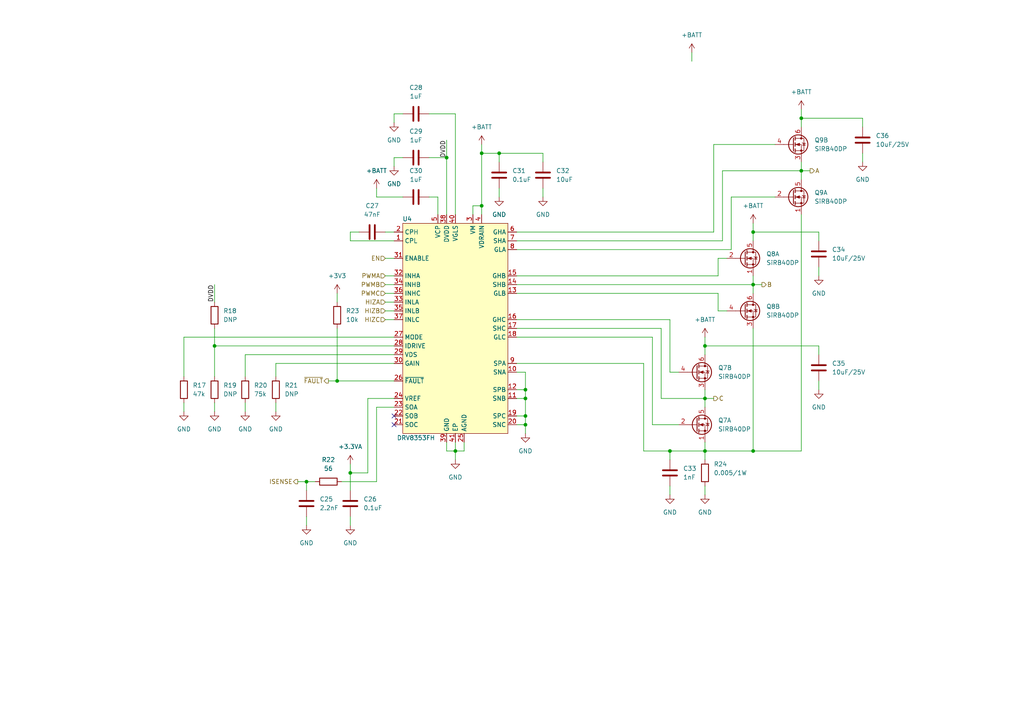
<source format=kicad_sch>
(kicad_sch (version 20210621) (generator eeschema)
  (paper "A4")
  (lib_symbols
    (symbol "Device:C" (pin_numbers hide) (pin_names (offset 0.254))
      (property "Reference" "C" (at 0.635 2.54 0))
      (property "Value" "C" (at 0.635 -2.54 0))
      (symbol "C_0_1"
        (polyline (pts (xy -2.032 -0.762) (xy 2.032 -0.762)) (stroke (width 0.508)))
        (polyline (pts (xy -2.032 0.762) (xy 2.032 0.762)) (stroke (width 0.508)))
      )
      (symbol "C_1_1"
        (pin passive line (at 0 3.81 270) (length 2.794) (name "~") (number "1"))
        (pin passive line (at 0 -3.81 90) (length 2.794) (name "~") (number "2"))
      )
    )
    (symbol "Device:R" (pin_numbers hide) (pin_names (offset 0))
      (property "Reference" "R" (at 2.032 0 90))
      (property "Value" "R" (at 0 0 90))
      (symbol "R_0_1"
        (rectangle (start -1.016 -2.54) (end 1.016 2.54) (stroke (width 0.254)))
      )
      (symbol "R_1_1"
        (pin passive line (at 0 3.81 270) (length 1.27) (name "~") (number "1"))
        (pin passive line (at 0 -3.81 90) (length 1.27) (name "~") (number "2"))
      )
    )
    (symbol "multiesc_symbols:DRV8353FH"
      (property "Reference" "U" (at -13.97 31.75 0))
      (property "Value" "DRV8353FH" (at -11.43 -31.75 0))
      (symbol "DRV8353FH_0_1"
        (rectangle (start -15.24 30.48) (end 15.24 -30.48) (stroke (width 0.1524)) (fill (type background)))
      )
      (symbol "DRV8353FH_1_1"
        (pin passive line (at -17.78 25.4 0) (length 2.54) (name "CPL") (number "1"))
        (pin input line (at 17.78 -12.7 180) (length 2.54) (name "SNA") (number "10"))
        (pin input line (at 17.78 -20.32 180) (length 2.54) (name "SNB") (number "11"))
        (pin input line (at 17.78 -17.78 180) (length 2.54) (name "SPB") (number "12"))
        (pin output line (at 17.78 10.16 180) (length 2.54) (name "GLB") (number "13"))
        (pin input line (at 17.78 12.7 180) (length 2.54) (name "SHB") (number "14"))
        (pin output line (at 17.78 15.24 180) (length 2.54) (name "GHB") (number "15"))
        (pin output line (at 17.78 2.54 180) (length 2.54) (name "GHC") (number "16"))
        (pin input line (at 17.78 0 180) (length 2.54) (name "SHC") (number "17"))
        (pin output line (at 17.78 -2.54 180) (length 2.54) (name "GLC") (number "18"))
        (pin input line (at 17.78 -25.4 180) (length 2.54) (name "SPC") (number "19"))
        (pin passive line (at -17.78 27.94 0) (length 2.54) (name "CPH") (number "2"))
        (pin input line (at 17.78 -27.94 180) (length 2.54) (name "SNC") (number "20"))
        (pin output line (at -17.78 -27.94 0) (length 2.54) (name "SOC") (number "21"))
        (pin output line (at -17.78 -25.4 0) (length 2.54) (name "SOB") (number "22"))
        (pin output line (at -17.78 -22.86 0) (length 2.54) (name "SOA") (number "23"))
        (pin power_in line (at -17.78 -20.32 0) (length 2.54) (name "VREF") (number "24"))
        (pin power_in line (at 2.54 -33.02 90) (length 2.54) (name "AGND") (number "25"))
        (pin open_collector line (at -17.78 -15.24 0) (length 2.54) (name "~{FAULT}") (number "26"))
        (pin input line (at -17.78 -2.54 0) (length 2.54) (name "MODE") (number "27"))
        (pin input line (at -17.78 -5.08 0) (length 2.54) (name "IDRIVE") (number "28"))
        (pin input line (at -17.78 -7.62 0) (length 2.54) (name "VDS") (number "29"))
        (pin power_in line (at 5.08 33.02 270) (length 2.54) (name "VM") (number "3"))
        (pin input line (at -17.78 -10.16 0) (length 2.54) (name "GAIN") (number "30"))
        (pin input line (at -17.78 20.32 0) (length 2.54) (name "ENABLE") (number "31"))
        (pin input line (at -17.78 15.24 0) (length 2.54) (name "INHA") (number "32"))
        (pin input line (at -17.78 7.62 0) (length 2.54) (name "INLA") (number "33"))
        (pin input line (at -17.78 12.7 0) (length 2.54) (name "INHB") (number "34"))
        (pin input line (at -17.78 5.08 0) (length 2.54) (name "INLB") (number "35"))
        (pin input line (at -17.78 10.16 0) (length 2.54) (name "INHC") (number "36"))
        (pin input line (at -17.78 2.54 0) (length 2.54) (name "INLC") (number "37"))
        (pin power_out line (at -2.54 33.02 270) (length 2.54) (name "DVDD") (number "38"))
        (pin power_in line (at -2.54 -33.02 90) (length 2.54) (name "GND") (number "39"))
        (pin input line (at 7.62 33.02 270) (length 2.54) (name "VDRAIN") (number "4"))
        (pin power_out line (at 0 33.02 270) (length 2.54) (name "VGLS") (number "40"))
        (pin power_in line (at 0 -33.02 90) (length 2.54) (name "EP") (number "41"))
        (pin power_out line (at -5.08 33.02 270) (length 2.54) (name "VCP") (number "5"))
        (pin output line (at 17.78 27.94 180) (length 2.54) (name "GHA") (number "6"))
        (pin input line (at 17.78 25.4 180) (length 2.54) (name "SHA") (number "7"))
        (pin output line (at 17.78 22.86 180) (length 2.54) (name "GLA") (number "8"))
        (pin input line (at 17.78 -10.16 180) (length 2.54) (name "SPA") (number "9"))
      )
    )
    (symbol "multiesc_symbols:Q_Dual_NMOS_S1G1S2G2D2D1" (pin_names (offset 0) hide)
      (property "Reference" "Q" (at 6.35 1.27 0))
      (property "Value" "Q_Dual_NMOS_S1G1S2G2D2D1" (at 19.05 -1.27 0))
      (symbol "Q_Dual_NMOS_S1G1S2G2D2D1_0_1"
        (circle (center 1.651 0) (radius 2.794) (stroke (width 0.254)))
        (circle (center 2.54 -1.778) (radius 0.254) (fill (type outline)))
        (circle (center 2.54 1.778) (radius 0.254) (fill (type outline)))
        (polyline (pts (xy 0.254 0) (xy -2.54 0)))
        (polyline (pts (xy 0.254 1.905) (xy 0.254 -1.905)) (stroke (width 0.254)))
        (polyline (pts (xy 0.762 -1.27) (xy 0.762 -2.286)) (stroke (width 0.254)))
        (polyline (pts (xy 0.762 0.508) (xy 0.762 -0.508)) (stroke (width 0.254)))
        (polyline (pts (xy 0.762 2.286) (xy 0.762 1.27)) (stroke (width 0.254)))
        (polyline (pts (xy 2.54 2.54) (xy 2.54 1.778)))
        (polyline (pts (xy 2.54 -2.54) (xy 2.54 0) (xy 0.762 0)))
        (polyline (pts (xy 0.762 -1.778) (xy 3.302 -1.778) (xy 3.302 1.778) (xy 0.762 1.778)))
        (polyline (pts (xy 2.794 0.508) (xy 2.921 0.381) (xy 3.683 0.381) (xy 3.81 0.254)))
        (polyline (pts (xy 3.302 0.381) (xy 2.921 -0.254) (xy 3.683 -0.254) (xy 3.302 0.381)))
        (polyline (pts (xy 1.016 0) (xy 2.032 0.381) (xy 2.032 -0.381) (xy 1.016 0)) (fill (type outline)))
      )
      (symbol "Q_Dual_NMOS_S1G1S2G2D2D1_1_1"
        (pin passive line (at 2.54 -5.08 90) (length 2.54) (name "S") (number "1"))
        (pin input line (at -5.08 0 0) (length 2.54) (name "G") (number "2"))
        (pin passive line (at 2.54 5.08 270) (length 2.54) (name "D") (number "5"))
      )
      (symbol "Q_Dual_NMOS_S1G1S2G2D2D1_2_1"
        (pin passive line (at 2.54 -5.08 90) (length 2.54) (name "S") (number "3"))
        (pin input line (at -5.08 0 0) (length 2.54) (name "G") (number "4"))
        (pin passive line (at 2.54 5.08 270) (length 2.54) (name "D") (number "6"))
      )
    )
    (symbol "power:+3.3V" (power) (pin_names (offset 0))
      (property "Value" "+3.3V" (at 0 3.556 0))
      (symbol "+3.3V_0_1"
        (polyline (pts (xy -0.762 1.27) (xy 0 2.54)))
        (polyline (pts (xy 0 0) (xy 0 2.54)))
        (polyline (pts (xy 0 2.54) (xy 0.762 1.27)))
      )
      (symbol "+3.3V_1_1"
        (pin power_in line (at 0 0 90) (length 0) hide (name "+3V3") (number "1"))
      )
    )
    (symbol "power:+3.3VA" (power) (pin_names (offset 0))
      (property "Value" "+3.3VA" (at 0 3.556 0))
      (symbol "+3.3VA_0_1"
        (polyline (pts (xy -0.762 1.27) (xy 0 2.54)))
        (polyline (pts (xy 0 0) (xy 0 2.54)))
        (polyline (pts (xy 0 2.54) (xy 0.762 1.27)))
      )
      (symbol "+3.3VA_1_1"
        (pin power_in line (at 0 0 90) (length 0) hide (name "+3.3VA") (number "1"))
      )
    )
    (symbol "power:+BATT" (power) (pin_names (offset 0))
      (property "Value" "+BATT" (at 0 3.556 0))
      (symbol "+BATT_0_1"
        (polyline (pts (xy -0.762 1.27) (xy 0 2.54)))
        (polyline (pts (xy 0 0) (xy 0 2.54)))
        (polyline (pts (xy 0 2.54) (xy 0.762 1.27)))
      )
      (symbol "+BATT_1_1"
        (pin power_in line (at 0 0 90) (length 0) hide (name "+BATT") (number "1"))
      )
    )
    (symbol "power:GND" (power) (pin_names (offset 0))
      (property "Value" "GND" (at 0 -3.81 0))
      (symbol "GND_0_1"
        (polyline (pts (xy 0 0) (xy 0 -1.27) (xy 1.27 -1.27) (xy 0 -2.54) (xy -1.27 -1.27) (xy 0 -1.27)))
      )
      (symbol "GND_1_1"
        (pin power_in line (at 0 0 270) (length 0) hide (name "GND") (number "1"))
      )
    )
  )
  (junction (at 62.23 100.33) (diameter 0.9144))
  (junction (at 88.9 139.7) (diameter 0.9144))
  (junction (at 97.79 110.49) (diameter 0.9144))
  (junction (at 101.6 137.16) (diameter 0.9144))
  (junction (at 129.54 45.72) (diameter 0.9144))
  (junction (at 132.08 130.81) (diameter 0.9144))
  (junction (at 139.7 44.45) (diameter 0.9144))
  (junction (at 139.7 59.69) (diameter 0.9144))
  (junction (at 144.78 44.45) (diameter 0.9144))
  (junction (at 152.4 113.03) (diameter 0.9144))
  (junction (at 152.4 115.57) (diameter 0.9144))
  (junction (at 152.4 120.65) (diameter 0.9144))
  (junction (at 152.4 123.19) (diameter 0.9144))
  (junction (at 194.31 130.81) (diameter 0.9144))
  (junction (at 204.47 100.33) (diameter 0.9144))
  (junction (at 204.47 115.57) (diameter 0.9144))
  (junction (at 204.47 130.81) (diameter 0.9144))
  (junction (at 218.44 67.31) (diameter 0.9144))
  (junction (at 218.44 82.55) (diameter 0.9144))
  (junction (at 218.44 130.81) (diameter 0.9144))
  (junction (at 232.41 34.29) (diameter 0.9144))
  (junction (at 232.41 49.53) (diameter 0.9144))
  (no_connect (at 114.3 120.65))
  (no_connect (at 114.3 123.19))
  (wire (pts (xy 53.34 97.79) (xy 53.34 109.22)))
  (wire (pts (xy 53.34 116.84) (xy 53.34 119.38)))
  (wire (pts (xy 62.23 82.55) (xy 62.23 87.63)))
  (wire (pts (xy 62.23 95.25) (xy 62.23 100.33)))
  (wire (pts (xy 62.23 100.33) (xy 62.23 109.22)))
  (wire (pts (xy 62.23 116.84) (xy 62.23 119.38)))
  (wire (pts (xy 71.12 102.87) (xy 71.12 109.22)))
  (wire (pts (xy 71.12 116.84) (xy 71.12 119.38)))
  (wire (pts (xy 80.01 105.41) (xy 114.3 105.41)))
  (wire (pts (xy 80.01 109.22) (xy 80.01 105.41)))
  (wire (pts (xy 80.01 116.84) (xy 80.01 119.38)))
  (wire (pts (xy 86.36 139.7) (xy 88.9 139.7)))
  (wire (pts (xy 88.9 139.7) (xy 88.9 142.24)))
  (wire (pts (xy 88.9 149.86) (xy 88.9 152.4)))
  (wire (pts (xy 91.44 139.7) (xy 88.9 139.7)))
  (wire (pts (xy 95.25 110.49) (xy 97.79 110.49)))
  (wire (pts (xy 97.79 85.09) (xy 97.79 87.63)))
  (wire (pts (xy 97.79 110.49) (xy 97.79 95.25)))
  (wire (pts (xy 97.79 110.49) (xy 114.3 110.49)))
  (wire (pts (xy 101.6 67.31) (xy 104.14 67.31)))
  (wire (pts (xy 101.6 69.85) (xy 101.6 67.31)))
  (wire (pts (xy 101.6 134.62) (xy 101.6 137.16)))
  (wire (pts (xy 101.6 137.16) (xy 101.6 142.24)))
  (wire (pts (xy 101.6 149.86) (xy 101.6 152.4)))
  (wire (pts (xy 106.68 115.57) (xy 106.68 137.16)))
  (wire (pts (xy 106.68 137.16) (xy 101.6 137.16)))
  (wire (pts (xy 109.22 57.15) (xy 109.22 54.61)))
  (wire (pts (xy 109.22 57.15) (xy 116.84 57.15)))
  (wire (pts (xy 109.22 118.11) (xy 109.22 139.7)))
  (wire (pts (xy 109.22 139.7) (xy 99.06 139.7)))
  (wire (pts (xy 111.76 67.31) (xy 114.3 67.31)))
  (wire (pts (xy 111.76 74.93) (xy 114.3 74.93)))
  (wire (pts (xy 111.76 80.01) (xy 114.3 80.01)))
  (wire (pts (xy 111.76 82.55) (xy 114.3 82.55)))
  (wire (pts (xy 111.76 85.09) (xy 114.3 85.09)))
  (wire (pts (xy 111.76 87.63) (xy 114.3 87.63)))
  (wire (pts (xy 111.76 90.17) (xy 114.3 90.17)))
  (wire (pts (xy 111.76 92.71) (xy 114.3 92.71)))
  (wire (pts (xy 114.3 33.02) (xy 114.3 35.56)))
  (wire (pts (xy 114.3 45.72) (xy 114.3 48.26)))
  (wire (pts (xy 114.3 69.85) (xy 101.6 69.85)))
  (wire (pts (xy 114.3 97.79) (xy 53.34 97.79)))
  (wire (pts (xy 114.3 100.33) (xy 62.23 100.33)))
  (wire (pts (xy 114.3 102.87) (xy 71.12 102.87)))
  (wire (pts (xy 114.3 115.57) (xy 106.68 115.57)))
  (wire (pts (xy 114.3 118.11) (xy 109.22 118.11)))
  (wire (pts (xy 116.84 33.02) (xy 114.3 33.02)))
  (wire (pts (xy 116.84 45.72) (xy 114.3 45.72)))
  (wire (pts (xy 124.46 33.02) (xy 132.08 33.02)))
  (wire (pts (xy 124.46 45.72) (xy 129.54 45.72)))
  (wire (pts (xy 124.46 57.15) (xy 127 57.15)))
  (wire (pts (xy 127 57.15) (xy 127 62.23)))
  (wire (pts (xy 129.54 40.64) (xy 129.54 45.72)))
  (wire (pts (xy 129.54 45.72) (xy 129.54 62.23)))
  (wire (pts (xy 129.54 128.27) (xy 129.54 130.81)))
  (wire (pts (xy 129.54 130.81) (xy 132.08 130.81)))
  (wire (pts (xy 132.08 33.02) (xy 132.08 62.23)))
  (wire (pts (xy 132.08 128.27) (xy 132.08 130.81)))
  (wire (pts (xy 132.08 130.81) (xy 132.08 133.35)))
  (wire (pts (xy 132.08 130.81) (xy 134.62 130.81)))
  (wire (pts (xy 134.62 130.81) (xy 134.62 128.27)))
  (wire (pts (xy 137.16 59.69) (xy 139.7 59.69)))
  (wire (pts (xy 137.16 62.23) (xy 137.16 59.69)))
  (wire (pts (xy 139.7 44.45) (xy 139.7 41.91)))
  (wire (pts (xy 139.7 44.45) (xy 139.7 59.69)))
  (wire (pts (xy 139.7 59.69) (xy 139.7 62.23)))
  (wire (pts (xy 144.78 44.45) (xy 139.7 44.45)))
  (wire (pts (xy 144.78 44.45) (xy 144.78 46.99)))
  (wire (pts (xy 144.78 54.61) (xy 144.78 57.15)))
  (wire (pts (xy 149.86 82.55) (xy 218.44 82.55)))
  (wire (pts (xy 149.86 105.41) (xy 186.69 105.41)))
  (wire (pts (xy 149.86 113.03) (xy 152.4 113.03)))
  (wire (pts (xy 149.86 115.57) (xy 152.4 115.57)))
  (wire (pts (xy 149.86 120.65) (xy 152.4 120.65)))
  (wire (pts (xy 149.86 123.19) (xy 152.4 123.19)))
  (wire (pts (xy 152.4 107.95) (xy 149.86 107.95)))
  (wire (pts (xy 152.4 113.03) (xy 152.4 107.95)))
  (wire (pts (xy 152.4 115.57) (xy 152.4 113.03)))
  (wire (pts (xy 152.4 120.65) (xy 152.4 115.57)))
  (wire (pts (xy 152.4 123.19) (xy 152.4 120.65)))
  (wire (pts (xy 152.4 123.19) (xy 152.4 125.73)))
  (wire (pts (xy 157.48 44.45) (xy 144.78 44.45)))
  (wire (pts (xy 157.48 46.99) (xy 157.48 44.45)))
  (wire (pts (xy 157.48 54.61) (xy 157.48 57.15)))
  (wire (pts (xy 186.69 105.41) (xy 186.69 130.81)))
  (wire (pts (xy 186.69 130.81) (xy 194.31 130.81)))
  (wire (pts (xy 189.23 97.79) (xy 149.86 97.79)))
  (wire (pts (xy 189.23 123.19) (xy 189.23 97.79)))
  (wire (pts (xy 191.77 95.25) (xy 149.86 95.25)))
  (wire (pts (xy 191.77 115.57) (xy 191.77 95.25)))
  (wire (pts (xy 194.31 92.71) (xy 149.86 92.71)))
  (wire (pts (xy 194.31 107.95) (xy 194.31 92.71)))
  (wire (pts (xy 194.31 130.81) (xy 194.31 133.35)))
  (wire (pts (xy 194.31 130.81) (xy 204.47 130.81)))
  (wire (pts (xy 194.31 140.97) (xy 194.31 143.51)))
  (wire (pts (xy 196.85 107.95) (xy 194.31 107.95)))
  (wire (pts (xy 196.85 123.19) (xy 189.23 123.19)))
  (wire (pts (xy 200.66 15.24) (xy 200.66 17.78)))
  (wire (pts (xy 204.47 97.79) (xy 204.47 100.33)))
  (wire (pts (xy 204.47 100.33) (xy 204.47 102.87)))
  (wire (pts (xy 204.47 113.03) (xy 204.47 115.57)))
  (wire (pts (xy 204.47 115.57) (xy 191.77 115.57)))
  (wire (pts (xy 204.47 115.57) (xy 204.47 118.11)))
  (wire (pts (xy 204.47 115.57) (xy 207.01 115.57)))
  (wire (pts (xy 204.47 128.27) (xy 204.47 130.81)))
  (wire (pts (xy 204.47 130.81) (xy 204.47 133.35)))
  (wire (pts (xy 204.47 140.97) (xy 204.47 143.51)))
  (wire (pts (xy 207.01 41.91) (xy 207.01 67.31)))
  (wire (pts (xy 207.01 67.31) (xy 149.86 67.31)))
  (wire (pts (xy 208.28 74.93) (xy 208.28 80.01)))
  (wire (pts (xy 208.28 80.01) (xy 149.86 80.01)))
  (wire (pts (xy 208.28 85.09) (xy 149.86 85.09)))
  (wire (pts (xy 208.28 90.17) (xy 208.28 85.09)))
  (wire (pts (xy 209.55 49.53) (xy 209.55 69.85)))
  (wire (pts (xy 209.55 69.85) (xy 149.86 69.85)))
  (wire (pts (xy 210.82 74.93) (xy 208.28 74.93)))
  (wire (pts (xy 210.82 90.17) (xy 208.28 90.17)))
  (wire (pts (xy 212.09 57.15) (xy 212.09 72.39)))
  (wire (pts (xy 212.09 72.39) (xy 149.86 72.39)))
  (wire (pts (xy 218.44 64.77) (xy 218.44 67.31)))
  (wire (pts (xy 218.44 67.31) (xy 218.44 69.85)))
  (wire (pts (xy 218.44 80.01) (xy 218.44 82.55)))
  (wire (pts (xy 218.44 82.55) (xy 218.44 85.09)))
  (wire (pts (xy 218.44 82.55) (xy 220.98 82.55)))
  (wire (pts (xy 218.44 95.25) (xy 218.44 130.81)))
  (wire (pts (xy 218.44 130.81) (xy 204.47 130.81)))
  (wire (pts (xy 224.79 41.91) (xy 207.01 41.91)))
  (wire (pts (xy 224.79 57.15) (xy 212.09 57.15)))
  (wire (pts (xy 232.41 31.75) (xy 232.41 34.29)))
  (wire (pts (xy 232.41 34.29) (xy 232.41 36.83)))
  (wire (pts (xy 232.41 46.99) (xy 232.41 49.53)))
  (wire (pts (xy 232.41 49.53) (xy 209.55 49.53)))
  (wire (pts (xy 232.41 49.53) (xy 232.41 52.07)))
  (wire (pts (xy 232.41 49.53) (xy 234.95 49.53)))
  (wire (pts (xy 232.41 62.23) (xy 232.41 130.81)))
  (wire (pts (xy 232.41 130.81) (xy 218.44 130.81)))
  (wire (pts (xy 237.49 67.31) (xy 218.44 67.31)))
  (wire (pts (xy 237.49 69.85) (xy 237.49 67.31)))
  (wire (pts (xy 237.49 77.47) (xy 237.49 80.01)))
  (wire (pts (xy 237.49 100.33) (xy 204.47 100.33)))
  (wire (pts (xy 237.49 102.87) (xy 237.49 100.33)))
  (wire (pts (xy 237.49 110.49) (xy 237.49 113.03)))
  (wire (pts (xy 250.19 34.29) (xy 232.41 34.29)))
  (wire (pts (xy 250.19 36.83) (xy 250.19 34.29)))
  (wire (pts (xy 250.19 44.45) (xy 250.19 46.99)))
  (label "DVDD" (at 62.23 82.55 270))
  (label "DVDD" (at 129.54 40.64 270))
  (hierarchical_label "ISENSE" (shape output) (at 86.36 139.7 180))
  (hierarchical_label "~{FAULT}" (shape output) (at 95.25 110.49 180))
  (hierarchical_label "EN" (shape input) (at 111.76 74.93 180))
  (hierarchical_label "PWMA" (shape input) (at 111.76 80.01 180))
  (hierarchical_label "PWMB" (shape input) (at 111.76 82.55 180))
  (hierarchical_label "PWMC" (shape input) (at 111.76 85.09 180))
  (hierarchical_label "HIZA" (shape input) (at 111.76 87.63 180))
  (hierarchical_label "HIZB" (shape input) (at 111.76 90.17 180))
  (hierarchical_label "HIZC" (shape input) (at 111.76 92.71 180))
  (hierarchical_label "C" (shape output) (at 207.01 115.57 0))
  (hierarchical_label "B" (shape output) (at 220.98 82.55 0))
  (hierarchical_label "A" (shape output) (at 234.95 49.53 0))
  (symbol (lib_id "power:+3.3V") (at 97.79 85.09 0) (unit 1)
    (property "Reference" "#PWR0219" (effects hide))
    (property "Value" "+3.3V" (at 97.79 80.01 0))
  )
  (symbol (lib_id "power:+3.3VA") (at 101.6 134.62 0) (unit 1)
    (property "Reference" "#PWR0207" (effects hide))
    (property "Value" "+3.3VA" (at 101.6 129.54 0))
  )
  (symbol (lib_id "power:+BATT") (at 109.22 54.61 0) (unit 1)
    (property "Reference" "#PWR0148" (effects hide))
    (property "Value" "+BATT" (at 109.22 49.53 0))
  )
  (symbol (lib_id "power:+BATT") (at 139.7 41.91 0) (unit 1)
    (property "Reference" "#PWR0153" (effects hide))
    (property "Value" "+BATT" (at 139.7 36.83 0))
  )
  (symbol (lib_id "power:+BATT") (at 200.66 15.24 0) (unit 1)
    (property "Reference" "#PWR0155" (effects hide))
    (property "Value" "+BATT" (at 200.66 10.16 0))
  )
  (symbol (lib_id "power:+BATT") (at 204.47 97.79 0) (unit 1)
    (property "Reference" "#PWR0156" (effects hide))
    (property "Value" "+BATT" (at 204.47 92.71 0))
  )
  (symbol (lib_id "power:+BATT") (at 218.44 64.77 0) (unit 1)
    (property "Reference" "#PWR0157" (effects hide))
    (property "Value" "+BATT" (at 218.44 59.69 0))
  )
  (symbol (lib_id "power:+BATT") (at 232.41 31.75 0) (unit 1)
    (property "Reference" "#PWR0159" (effects hide))
    (property "Value" "+BATT" (at 232.41 26.67 0))
  )
  (symbol (lib_id "power:GND") (at 53.34 119.38 0) (unit 1)
    (property "Reference" "#PWR0142" (effects hide))
    (property "Value" "GND" (at 53.34 124.46 0))
  )
  (symbol (lib_id "power:GND") (at 62.23 119.38 0) (unit 1)
    (property "Reference" "#PWR0161" (effects hide))
    (property "Value" "GND" (at 62.23 124.46 0))
  )
  (symbol (lib_id "power:GND") (at 71.12 119.38 0) (unit 1)
    (property "Reference" "#PWR0160" (effects hide))
    (property "Value" "GND" (at 71.12 124.46 0))
  )
  (symbol (lib_id "power:GND") (at 80.01 119.38 0) (unit 1)
    (property "Reference" "#PWR0162" (effects hide))
    (property "Value" "GND" (at 80.01 124.46 0))
  )
  (symbol (lib_id "power:GND") (at 88.9 152.4 0) (unit 1)
    (property "Reference" "#PWR0164" (effects hide))
    (property "Value" "GND" (at 88.9 157.48 0))
  )
  (symbol (lib_id "power:GND") (at 101.6 152.4 0) (unit 1)
    (property "Reference" "#PWR0165" (effects hide))
    (property "Value" "GND" (at 101.6 157.48 0))
  )
  (symbol (lib_id "power:GND") (at 114.3 35.56 0) (unit 1)
    (property "Reference" "#PWR0149" (effects hide))
    (property "Value" "GND" (at 114.3 40.64 0))
  )
  (symbol (lib_id "power:GND") (at 114.3 48.26 0) (unit 1)
    (property "Reference" "#PWR0147" (effects hide))
    (property "Value" "GND" (at 114.3 53.34 0))
  )
  (symbol (lib_id "power:GND") (at 132.08 133.35 0) (unit 1)
    (property "Reference" "#PWR0150" (effects hide))
    (property "Value" "GND" (at 132.08 138.43 0))
  )
  (symbol (lib_id "power:GND") (at 144.78 57.15 0) (unit 1)
    (property "Reference" "#PWR0152" (effects hide))
    (property "Value" "GND" (at 144.78 62.23 0))
  )
  (symbol (lib_id "power:GND") (at 152.4 125.73 0) (unit 1)
    (property "Reference" "#PWR0151" (effects hide))
    (property "Value" "GND" (at 152.4 130.81 0))
  )
  (symbol (lib_id "power:GND") (at 157.48 57.15 0) (unit 1)
    (property "Reference" "#PWR0154" (effects hide))
    (property "Value" "GND" (at 157.48 62.23 0))
  )
  (symbol (lib_id "power:GND") (at 194.31 143.51 0) (unit 1)
    (property "Reference" "#PWR0143" (effects hide))
    (property "Value" "GND" (at 194.31 148.59 0))
  )
  (symbol (lib_id "power:GND") (at 204.47 143.51 0) (unit 1)
    (property "Reference" "#PWR0146" (effects hide))
    (property "Value" "GND" (at 204.47 148.59 0))
  )
  (symbol (lib_id "power:GND") (at 237.49 80.01 0) (unit 1)
    (property "Reference" "#PWR0145" (effects hide))
    (property "Value" "GND" (at 237.49 85.09 0))
  )
  (symbol (lib_id "power:GND") (at 237.49 113.03 0) (unit 1)
    (property "Reference" "#PWR0144" (effects hide))
    (property "Value" "GND" (at 237.49 118.11 0))
  )
  (symbol (lib_id "power:GND") (at 250.19 46.99 0) (unit 1)
    (property "Reference" "#PWR0158" (effects hide))
    (property "Value" "GND" (at 250.19 52.07 0))
  )
  (symbol (lib_id "Device:R") (at 53.34 113.03 180) (unit 1)
    (property "Reference" "R17" (at 55.88 111.7599 0) (effects (justify right)))
    (property "Value" "47k" (at 55.88 114.2999 0) (effects (justify right)))
    (property "Footprint" "Resistor_SMD:R_0402_1005Metric" (effects hide))
  )
  (symbol (lib_id "Device:R") (at 62.23 91.44 180) (unit 1)
    (property "Reference" "R18" (at 64.77 90.1699 0) (effects (justify right)))
    (property "Value" "DNP" (at 64.77 92.7099 0) (effects (justify right)))
    (property "Footprint" "Resistor_SMD:R_0402_1005Metric" (effects hide))
  )
  (symbol (lib_id "Device:R") (at 62.23 113.03 180) (unit 1)
    (property "Reference" "R19" (at 64.77 111.7599 0) (effects (justify right)))
    (property "Value" "DNP" (at 64.77 114.2999 0) (effects (justify right)))
    (property "Footprint" "Resistor_SMD:R_0402_1005Metric" (effects hide))
  )
  (symbol (lib_id "Device:R") (at 71.12 113.03 180) (unit 1)
    (property "Reference" "R20" (at 73.66 111.7599 0) (effects (justify right)))
    (property "Value" "75k" (at 73.66 114.2999 0) (effects (justify right)))
    (property "Footprint" "Resistor_SMD:R_0402_1005Metric" (effects hide))
  )
  (symbol (lib_id "Device:R") (at 80.01 113.03 180) (unit 1)
    (property "Reference" "R21" (at 82.55 111.7599 0) (effects (justify right)))
    (property "Value" "DNP" (at 82.55 114.2999 0) (effects (justify right)))
    (property "Footprint" "Resistor_SMD:R_0402_1005Metric" (effects hide))
  )
  (symbol (lib_id "Device:R") (at 95.25 139.7 90) (unit 1)
    (property "Reference" "R22" (at 95.25 133.35 90))
    (property "Value" "56" (at 95.25 135.89 90))
    (property "Footprint" "Resistor_SMD:R_0402_1005Metric" (effects hide))
  )
  (symbol (lib_id "Device:R") (at 97.79 91.44 180) (unit 1)
    (property "Reference" "R23" (at 100.33 90.1699 0) (effects (justify right)))
    (property "Value" "10k" (at 100.33 92.7099 0) (effects (justify right)))
    (property "Footprint" "Resistor_SMD:R_0402_1005Metric" (effects hide))
  )
  (symbol (lib_id "Device:R") (at 204.47 137.16 0) (unit 1)
    (property "Reference" "R24" (at 207.01 134.6199 0) (effects (justify left)))
    (property "Value" "0.005{slash}1W" (at 207.01 137.1599 0) (effects (justify left)))
    (property "Footprint" "Resistor_SMD:R_0612_1632Metric" (effects hide))
  )
  (symbol (lib_id "Device:C") (at 88.9 146.05 180) (unit 1)
    (property "Reference" "C25" (at 92.71 144.7799 0) (effects (justify right)))
    (property "Value" "2.2nF" (at 92.71 147.3199 0) (effects (justify right)))
    (property "Footprint" "Capacitor_SMD:C_0402_1005Metric" (effects hide))
  )
  (symbol (lib_id "Device:C") (at 101.6 146.05 180) (unit 1)
    (property "Reference" "C26" (at 105.41 144.7799 0) (effects (justify right)))
    (property "Value" "0.1uF" (at 105.41 147.3199 0) (effects (justify right)))
    (property "Footprint" "Capacitor_SMD:C_0402_1005Metric" (effects hide))
    (property "Digikey" "1276-6720-1-ND" (effects hide))
  )
  (symbol (lib_id "Device:C") (at 107.95 67.31 90) (unit 1)
    (property "Reference" "C27" (at 107.95 59.69 90))
    (property "Value" "47nF" (at 107.95 62.23 90))
    (property "Footprint" "Capacitor_SMD:C_0402_1005Metric" (effects hide))
    (property "Digikey" "587-1225-1-ND" (effects hide))
  )
  (symbol (lib_id "Device:C") (at 120.65 33.02 270) (unit 1)
    (property "Reference" "C28" (at 120.65 25.4 90))
    (property "Value" "1uF" (at 120.65 27.94 90))
    (property "Footprint" "Capacitor_SMD:C_0603_1608Metric" (effects hide))
    (property "Digikey" "1276-1184-1-ND" (effects hide))
  )
  (symbol (lib_id "Device:C") (at 120.65 45.72 270) (unit 1)
    (property "Reference" "C29" (at 120.65 38.1 90))
    (property "Value" "1uF" (at 120.65 40.64 90))
    (property "Footprint" "Capacitor_SMD:C_0603_1608Metric" (effects hide))
    (property "Digikey" "1276-1184-1-ND" (effects hide))
  )
  (symbol (lib_id "Device:C") (at 120.65 57.15 270) (unit 1)
    (property "Reference" "C30" (at 120.65 49.53 90))
    (property "Value" "1uF" (at 120.65 52.07 90))
    (property "Footprint" "Capacitor_SMD:C_0603_1608Metric" (effects hide))
    (property "Digikey" "1276-1184-1-ND" (effects hide))
  )
  (symbol (lib_id "Device:C") (at 144.78 50.8 180) (unit 1)
    (property "Reference" "C31" (at 148.59 49.5299 0) (effects (justify right)))
    (property "Value" "0.1uF" (at 148.59 52.0699 0) (effects (justify right)))
    (property "Footprint" "Capacitor_SMD:C_0402_1005Metric" (effects hide))
    (property "Digikey" "1276-6720-1-ND" (effects hide))
  )
  (symbol (lib_id "Device:C") (at 157.48 50.8 180) (unit 1)
    (property "Reference" "C32" (at 161.29 49.5299 0) (effects (justify right)))
    (property "Value" "10uF" (at 161.29 52.0699 0) (effects (justify right)))
    (property "Footprint" "Capacitor_SMD:C_0805_2012Metric" (effects hide))
  )
  (symbol (lib_id "Device:C") (at 194.31 137.16 180) (unit 1)
    (property "Reference" "C33" (at 198.12 135.8899 0) (effects (justify right)))
    (property "Value" "1nF" (at 198.12 138.4299 0) (effects (justify right)))
    (property "Footprint" "Resistor_SMD:R_0402_1005Metric" (effects hide))
    (property "Digikey" "732-7556-1-ND" (effects hide))
  )
  (symbol (lib_id "Device:C") (at 237.49 73.66 0) (unit 1)
    (property "Reference" "C34" (at 241.3 72.3899 0) (effects (justify left)))
    (property "Value" "10uF{slash}25V" (at 241.3 74.9299 0) (effects (justify left)))
    (property "Footprint" "Capacitor_SMD:C_0805_2012Metric" (effects hide))
  )
  (symbol (lib_id "Device:C") (at 237.49 106.68 0) (unit 1)
    (property "Reference" "C35" (at 241.3 105.4099 0) (effects (justify left)))
    (property "Value" "10uF{slash}25V" (at 241.3 107.9499 0) (effects (justify left)))
    (property "Footprint" "Capacitor_SMD:C_0805_2012Metric" (effects hide))
  )
  (symbol (lib_id "Device:C") (at 250.19 40.64 0) (unit 1)
    (property "Reference" "C36" (at 254 39.3699 0) (effects (justify left)))
    (property "Value" "10uF{slash}25V" (at 254 41.9099 0) (effects (justify left)))
    (property "Footprint" "Capacitor_SMD:C_0805_2012Metric" (effects hide))
  )
  (symbol (lib_id "multiesc_symbols:Q_Dual_NMOS_S1G1S2G2D2D1") (at 201.93 107.95 0) (unit 2)
    (property "Reference" "Q7" (at 208.28 106.6799 0) (effects (justify left)))
    (property "Value" "SiRB40DP" (at 208.28 109.2199 0) (effects (justify left)))
    (property "Footprint" "Package_SO:PowerPAK_SO-8_Dual" (effects hide))
  )
  (symbol (lib_id "multiesc_symbols:Q_Dual_NMOS_S1G1S2G2D2D1") (at 201.93 123.19 0) (unit 1)
    (property "Reference" "Q7" (at 208.28 121.9199 0) (effects (justify left)))
    (property "Value" "SiRB40DP" (at 208.28 124.4599 0) (effects (justify left)))
    (property "Footprint" "Package_SO:PowerPAK_SO-8_Dual" (effects hide))
  )
  (symbol (lib_id "multiesc_symbols:Q_Dual_NMOS_S1G1S2G2D2D1") (at 215.9 74.93 0) (unit 1)
    (property "Reference" "Q8" (at 222.25 73.6599 0) (effects (justify left)))
    (property "Value" "SiRB40DP" (at 222.25 76.1999 0) (effects (justify left)))
    (property "Footprint" "Package_SO:PowerPAK_SO-8_Dual" (effects hide))
  )
  (symbol (lib_id "multiesc_symbols:Q_Dual_NMOS_S1G1S2G2D2D1") (at 215.9 90.17 0) (unit 2)
    (property "Reference" "Q8" (at 222.25 88.8999 0) (effects (justify left)))
    (property "Value" "SiRB40DP" (at 222.25 91.4399 0) (effects (justify left)))
    (property "Footprint" "Package_SO:PowerPAK_SO-8_Dual" (effects hide))
  )
  (symbol (lib_id "multiesc_symbols:Q_Dual_NMOS_S1G1S2G2D2D1") (at 229.87 41.91 0) (unit 2)
    (property "Reference" "Q9" (at 236.22 40.6399 0) (effects (justify left)))
    (property "Value" "SiRB40DP" (at 236.22 43.1799 0) (effects (justify left)))
    (property "Footprint" "Package_SO:PowerPAK_SO-8_Dual" (effects hide))
  )
  (symbol (lib_id "multiesc_symbols:Q_Dual_NMOS_S1G1S2G2D2D1") (at 229.87 57.15 0) (unit 1)
    (property "Reference" "Q9" (at 236.22 55.8799 0) (effects (justify left)))
    (property "Value" "SiRB40DP" (at 236.22 58.4199 0) (effects (justify left)))
    (property "Footprint" "Package_SO:PowerPAK_SO-8_Dual" (effects hide))
  )
  (symbol (lib_id "multiesc_symbols:DRV8353FH") (at 132.08 95.25 0) (unit 1)
    (property "Reference" "U4" (at 118.11 63.5 0))
    (property "Value" "DRV8353FH" (at 120.65 127 0))
    (property "Footprint" "Package_DFN_QFN:Texas_S-PVQFN-N40_EP4.15x4.15mm" (effects hide))
    (property "Datasheet" "https://www.ti.com/lit/ds/symlink/drv8353f.pdf" (effects hide))
  )
)
</source>
